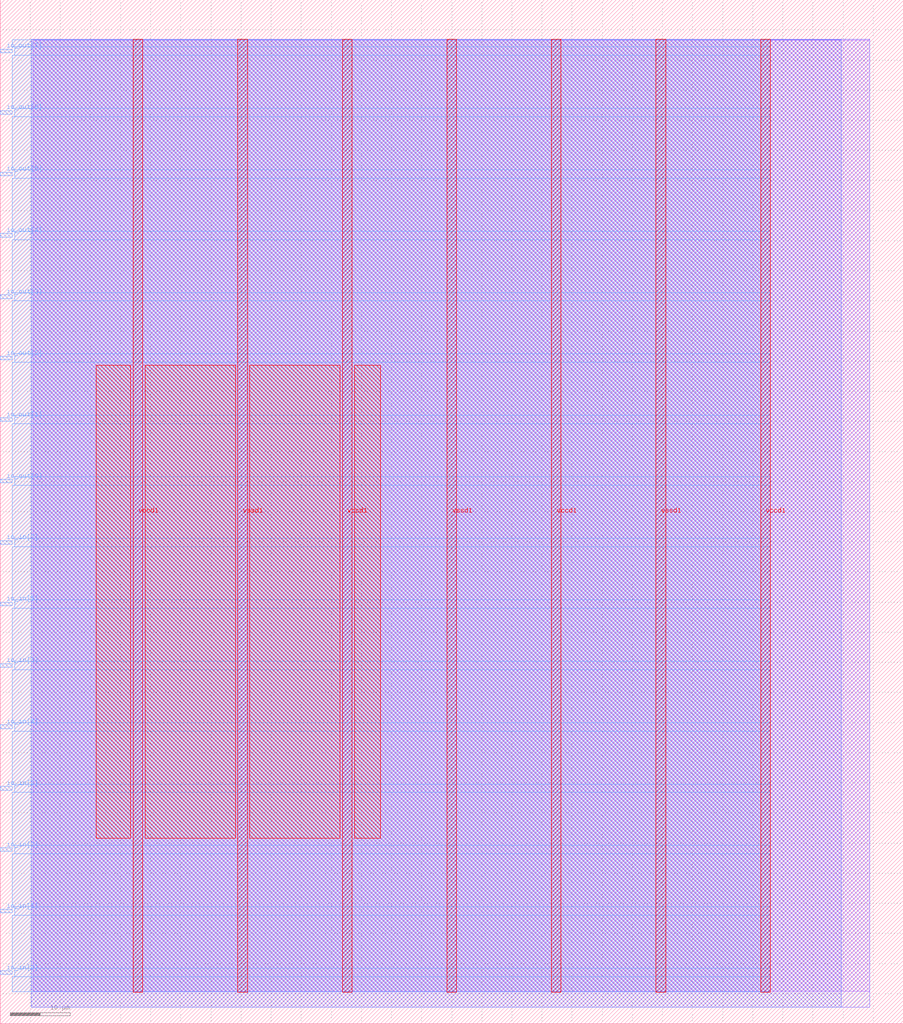
<source format=lef>
VERSION 5.7 ;
  NOWIREEXTENSIONATPIN ON ;
  DIVIDERCHAR "/" ;
  BUSBITCHARS "[]" ;
MACRO femto_top
  CLASS BLOCK ;
  FOREIGN femto_top ;
  ORIGIN 0.000 0.000 ;
  SIZE 150.000 BY 170.000 ;
  PIN io_in[0]
    DIRECTION INPUT ;
    USE SIGNAL ;
    PORT
      LAYER met3 ;
        RECT 0.000 8.200 2.000 8.800 ;
    END
  END io_in[0]
  PIN io_in[1]
    DIRECTION INPUT ;
    USE SIGNAL ;
    PORT
      LAYER met3 ;
        RECT 0.000 18.400 2.000 19.000 ;
    END
  END io_in[1]
  PIN io_in[2]
    DIRECTION INPUT ;
    USE SIGNAL ;
    PORT
      LAYER met3 ;
        RECT 0.000 28.600 2.000 29.200 ;
    END
  END io_in[2]
  PIN io_in[3]
    DIRECTION INPUT ;
    USE SIGNAL ;
    PORT
      LAYER met3 ;
        RECT 0.000 38.800 2.000 39.400 ;
    END
  END io_in[3]
  PIN io_in[4]
    DIRECTION INPUT ;
    USE SIGNAL ;
    PORT
      LAYER met3 ;
        RECT 0.000 49.000 2.000 49.600 ;
    END
  END io_in[4]
  PIN io_in[5]
    DIRECTION INPUT ;
    USE SIGNAL ;
    PORT
      LAYER met3 ;
        RECT 0.000 59.200 2.000 59.800 ;
    END
  END io_in[5]
  PIN io_in[6]
    DIRECTION INPUT ;
    USE SIGNAL ;
    PORT
      LAYER met3 ;
        RECT 0.000 69.400 2.000 70.000 ;
    END
  END io_in[6]
  PIN io_in[7]
    DIRECTION INPUT ;
    USE SIGNAL ;
    PORT
      LAYER met3 ;
        RECT 0.000 79.600 2.000 80.200 ;
    END
  END io_in[7]
  PIN io_out[0]
    DIRECTION OUTPUT TRISTATE ;
    USE SIGNAL ;
    PORT
      LAYER met3 ;
        RECT 0.000 89.800 2.000 90.400 ;
    END
  END io_out[0]
  PIN io_out[1]
    DIRECTION OUTPUT TRISTATE ;
    USE SIGNAL ;
    PORT
      LAYER met3 ;
        RECT 0.000 100.000 2.000 100.600 ;
    END
  END io_out[1]
  PIN io_out[2]
    DIRECTION OUTPUT TRISTATE ;
    USE SIGNAL ;
    PORT
      LAYER met3 ;
        RECT 0.000 110.200 2.000 110.800 ;
    END
  END io_out[2]
  PIN io_out[3]
    DIRECTION OUTPUT TRISTATE ;
    USE SIGNAL ;
    PORT
      LAYER met3 ;
        RECT 0.000 120.400 2.000 121.000 ;
    END
  END io_out[3]
  PIN io_out[4]
    DIRECTION OUTPUT TRISTATE ;
    USE SIGNAL ;
    PORT
      LAYER met3 ;
        RECT 0.000 130.600 2.000 131.200 ;
    END
  END io_out[4]
  PIN io_out[5]
    DIRECTION OUTPUT TRISTATE ;
    USE SIGNAL ;
    PORT
      LAYER met3 ;
        RECT 0.000 140.800 2.000 141.400 ;
    END
  END io_out[5]
  PIN io_out[6]
    DIRECTION OUTPUT TRISTATE ;
    USE SIGNAL ;
    PORT
      LAYER met3 ;
        RECT 0.000 151.000 2.000 151.600 ;
    END
  END io_out[6]
  PIN io_out[7]
    DIRECTION OUTPUT TRISTATE ;
    USE SIGNAL ;
    PORT
      LAYER met3 ;
        RECT 0.000 161.200 2.000 161.800 ;
    END
  END io_out[7]
  PIN vccd1
    DIRECTION INOUT ;
    USE POWER ;
    PORT
      LAYER met4 ;
        RECT 22.090 5.200 23.690 163.440 ;
    END
    PORT
      LAYER met4 ;
        RECT 56.830 5.200 58.430 163.440 ;
    END
    PORT
      LAYER met4 ;
        RECT 91.570 5.200 93.170 163.440 ;
    END
    PORT
      LAYER met4 ;
        RECT 126.310 5.200 127.910 163.440 ;
    END
  END vccd1
  PIN vssd1
    DIRECTION INOUT ;
    USE GROUND ;
    PORT
      LAYER met4 ;
        RECT 39.460 5.200 41.060 163.440 ;
    END
    PORT
      LAYER met4 ;
        RECT 74.200 5.200 75.800 163.440 ;
    END
    PORT
      LAYER met4 ;
        RECT 108.940 5.200 110.540 163.440 ;
    END
  END vssd1
  OBS
      LAYER li1 ;
        RECT 5.520 5.355 144.440 163.285 ;
      LAYER met1 ;
        RECT 5.130 2.760 144.440 163.440 ;
      LAYER met2 ;
        RECT 5.160 2.730 139.740 163.385 ;
      LAYER met3 ;
        RECT 2.000 162.200 127.900 163.365 ;
        RECT 2.400 160.800 127.900 162.200 ;
        RECT 2.000 152.000 127.900 160.800 ;
        RECT 2.400 150.600 127.900 152.000 ;
        RECT 2.000 141.800 127.900 150.600 ;
        RECT 2.400 140.400 127.900 141.800 ;
        RECT 2.000 131.600 127.900 140.400 ;
        RECT 2.400 130.200 127.900 131.600 ;
        RECT 2.000 121.400 127.900 130.200 ;
        RECT 2.400 120.000 127.900 121.400 ;
        RECT 2.000 111.200 127.900 120.000 ;
        RECT 2.400 109.800 127.900 111.200 ;
        RECT 2.000 101.000 127.900 109.800 ;
        RECT 2.400 99.600 127.900 101.000 ;
        RECT 2.000 90.800 127.900 99.600 ;
        RECT 2.400 89.400 127.900 90.800 ;
        RECT 2.000 80.600 127.900 89.400 ;
        RECT 2.400 79.200 127.900 80.600 ;
        RECT 2.000 70.400 127.900 79.200 ;
        RECT 2.400 69.000 127.900 70.400 ;
        RECT 2.000 60.200 127.900 69.000 ;
        RECT 2.400 58.800 127.900 60.200 ;
        RECT 2.000 50.000 127.900 58.800 ;
        RECT 2.400 48.600 127.900 50.000 ;
        RECT 2.000 39.800 127.900 48.600 ;
        RECT 2.400 38.400 127.900 39.800 ;
        RECT 2.000 29.600 127.900 38.400 ;
        RECT 2.400 28.200 127.900 29.600 ;
        RECT 2.000 19.400 127.900 28.200 ;
        RECT 2.400 18.000 127.900 19.400 ;
        RECT 2.000 9.200 127.900 18.000 ;
        RECT 2.400 7.800 127.900 9.200 ;
        RECT 2.000 5.275 127.900 7.800 ;
      LAYER met4 ;
        RECT 15.935 30.775 21.690 109.305 ;
        RECT 24.090 30.775 39.060 109.305 ;
        RECT 41.460 30.775 56.430 109.305 ;
        RECT 58.830 30.775 63.185 109.305 ;
  END
END femto_top
END LIBRARY


</source>
